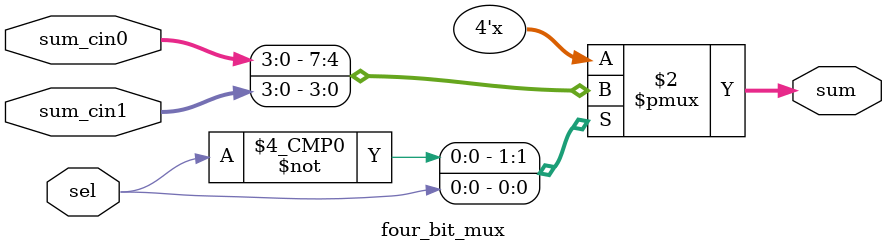
<source format=sv>
module carry_select_adder
(
    input   logic[15:0]     A,
    input   logic[15:0]     B,
    output  logic[15:0]     Sum,
    output  logic           CO
);

    /* TODO
     *
     * Insert code here to implement a carry select.
     * Your code should be completly combinational (don't use always_ff or always_latch).
     * Feel free to create sub-modules or other files. */
	  logic c4, c8, c12;
	  sub_four_bit_ra  init_FRA(.x(A[3 : 0]), .y(B[3 : 0]), .cin(0), .s(Sum[3 : 0]), .cout(c4));
	  four_bit_csa csa0_4bit(.x(A[7 : 4]), .y(B[7 : 4]), .cin(c4), .s(Sum[7 : 4]), .cout(c8));
	  four_bit_csa csa1_4bit(.x(A[11 : 8]), .y(B[11 : 8]), .cin(c8), .s(Sum[11 : 8]), .cout(c12));
	  four_bit_csa csa2_4bit(.x(A[15 : 12]), .y(B[15 : 12]), .cin(c12), .s(Sum[15 : 12]), .cout(CO));
	  
     
endmodule

module four_bit_csa(
							input [3:0] x,
							input [3:0] y,
							input cin,
							output logic [3:0] s,
							output cout
						 );
	logic cout0, cout1; 
	logic [3:0] s0;
	logic [3:0]	s1;
		
	sub_four_bit_ra addr_cin0 (.x(x), .y(y), .cin(0), .s(s0), .cout(cout0));
	sub_four_bit_ra addr_cin1 (.x(x), .y(y), .cin(1), .s(s1), .cout(cout1));
	
	four_bit_mux csa_mux(.sel(cin), .sum_cin0(s0), .sum_cin1(s1), .sum(s));
	
	assign cout = (cout1 & cin) | cout0;

endmodule

module sub_four_bit_ra(
						input [3:0] x,
						input [3:0] y,
						input cin,
						output logic [3:0] s,
						output logic cout
						);
	logic c0, c1, c2;
	full_adder fa0(.x(x[0]), .y(y[0]), .cin(cin), .s(s[0]), .cout(c0));
	full_adder fa1(.x(x[1]), .y(y[1]), .cin(c0 ), .s(s[1]), .cout(c1));
	full_adder fa2(.x(x[2]), .y(y[2]), .cin(c1 ), .s(s[2]), .cout(c2));
	full_adder fa3(.x(x[3]), .y(y[3]), .cin(c2 ), .s(s[3]), .cout(cout));
	
						
						
endmodule

//module full_adder(
//						input x,
//						input y,
//						input cin,
//						output logic s,
//						output logic cout
//						);
//	assign s    = x^y^cin;
//	assign cout = (x&y) | (y&cin) | (cin&x);
//	
//endmodule

module four_bit_mux(
							input sel,
							input [3:0] sum_cin0,
							input [3:0] sum_cin1,
							output logic [3:0] sum
						 );
	always_comb
	begin
		case (sel)
			1'b0 : sum = sum_cin0;
			1'b1 : sum = sum_cin1;
		endcase
	end
endmodule

</source>
